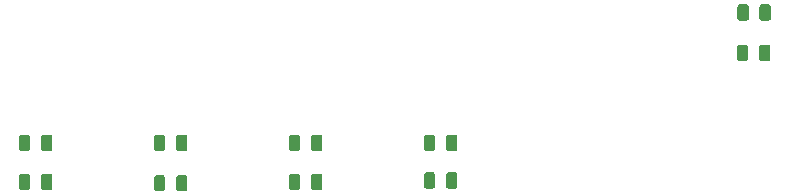
<source format=gbp>
G04 #@! TF.GenerationSoftware,KiCad,Pcbnew,5.99.0-unknown-43514a1~86~ubuntu18.04.1*
G04 #@! TF.CreationDate,2020-02-15T14:01:28+00:00*
G04 #@! TF.ProjectId,UI,55492e6b-6963-4616-945f-706362585858,rev?*
G04 #@! TF.SameCoordinates,Original*
G04 #@! TF.FileFunction,Paste,Bot*
G04 #@! TF.FilePolarity,Positive*
%FSLAX46Y46*%
G04 Gerber Fmt 4.6, Leading zero omitted, Abs format (unit mm)*
G04 Created by KiCad (PCBNEW 5.99.0-unknown-43514a1~86~ubuntu18.04.1) date 2020-02-15 14:01:28*
%MOMM*%
%LPD*%
G01*
G04 APERTURE LIST*
G04 APERTURE END LIST*
G36*
X153069529Y-99518554D02*
G01*
X153148607Y-99571393D01*
X153201446Y-99650471D01*
X153220000Y-99743750D01*
X153220000Y-100656250D01*
X153201446Y-100749529D01*
X153148607Y-100828607D01*
X153069529Y-100881446D01*
X152976250Y-100900000D01*
X152488750Y-100900000D01*
X152395471Y-100881446D01*
X152316393Y-100828607D01*
X152263554Y-100749529D01*
X152245000Y-100656250D01*
X152245000Y-99743750D01*
X152263554Y-99650471D01*
X152316393Y-99571393D01*
X152395471Y-99518554D01*
X152488750Y-99500000D01*
X152976250Y-99500000D01*
X153069529Y-99518554D01*
G37*
G36*
X154944529Y-99518554D02*
G01*
X155023607Y-99571393D01*
X155076446Y-99650471D01*
X155095000Y-99743750D01*
X155095000Y-100656250D01*
X155076446Y-100749529D01*
X155023607Y-100828607D01*
X154944529Y-100881446D01*
X154851250Y-100900000D01*
X154363750Y-100900000D01*
X154270471Y-100881446D01*
X154191393Y-100828607D01*
X154138554Y-100749529D01*
X154120000Y-100656250D01*
X154120000Y-99743750D01*
X154138554Y-99650471D01*
X154191393Y-99571393D01*
X154270471Y-99518554D01*
X154363750Y-99500000D01*
X154851250Y-99500000D01*
X154944529Y-99518554D01*
G37*
G36*
X141639529Y-99645554D02*
G01*
X141718607Y-99698393D01*
X141771446Y-99777471D01*
X141790000Y-99870750D01*
X141790000Y-100783250D01*
X141771446Y-100876529D01*
X141718607Y-100955607D01*
X141639529Y-101008446D01*
X141546250Y-101027000D01*
X141058750Y-101027000D01*
X140965471Y-101008446D01*
X140886393Y-100955607D01*
X140833554Y-100876529D01*
X140815000Y-100783250D01*
X140815000Y-99870750D01*
X140833554Y-99777471D01*
X140886393Y-99698393D01*
X140965471Y-99645554D01*
X141058750Y-99627000D01*
X141546250Y-99627000D01*
X141639529Y-99645554D01*
G37*
G36*
X143514529Y-99645554D02*
G01*
X143593607Y-99698393D01*
X143646446Y-99777471D01*
X143665000Y-99870750D01*
X143665000Y-100783250D01*
X143646446Y-100876529D01*
X143593607Y-100955607D01*
X143514529Y-101008446D01*
X143421250Y-101027000D01*
X142933750Y-101027000D01*
X142840471Y-101008446D01*
X142761393Y-100955607D01*
X142708554Y-100876529D01*
X142690000Y-100783250D01*
X142690000Y-99870750D01*
X142708554Y-99777471D01*
X142761393Y-99698393D01*
X142840471Y-99645554D01*
X142933750Y-99627000D01*
X143421250Y-99627000D01*
X143514529Y-99645554D01*
G37*
G36*
X130209529Y-99743554D02*
G01*
X130288607Y-99796393D01*
X130341446Y-99875471D01*
X130360000Y-99968750D01*
X130360000Y-100881250D01*
X130341446Y-100974529D01*
X130288607Y-101053607D01*
X130209529Y-101106446D01*
X130116250Y-101125000D01*
X129628750Y-101125000D01*
X129535471Y-101106446D01*
X129456393Y-101053607D01*
X129403554Y-100974529D01*
X129385000Y-100881250D01*
X129385000Y-99968750D01*
X129403554Y-99875471D01*
X129456393Y-99796393D01*
X129535471Y-99743554D01*
X129628750Y-99725000D01*
X130116250Y-99725000D01*
X130209529Y-99743554D01*
G37*
G36*
X132084529Y-99743554D02*
G01*
X132163607Y-99796393D01*
X132216446Y-99875471D01*
X132235000Y-99968750D01*
X132235000Y-100881250D01*
X132216446Y-100974529D01*
X132163607Y-101053607D01*
X132084529Y-101106446D01*
X131991250Y-101125000D01*
X131503750Y-101125000D01*
X131410471Y-101106446D01*
X131331393Y-101053607D01*
X131278554Y-100974529D01*
X131260000Y-100881250D01*
X131260000Y-99968750D01*
X131278554Y-99875471D01*
X131331393Y-99796393D01*
X131410471Y-99743554D01*
X131503750Y-99725000D01*
X131991250Y-99725000D01*
X132084529Y-99743554D01*
G37*
G36*
X118779529Y-99645554D02*
G01*
X118858607Y-99698393D01*
X118911446Y-99777471D01*
X118930000Y-99870750D01*
X118930000Y-100783250D01*
X118911446Y-100876529D01*
X118858607Y-100955607D01*
X118779529Y-101008446D01*
X118686250Y-101027000D01*
X118198750Y-101027000D01*
X118105471Y-101008446D01*
X118026393Y-100955607D01*
X117973554Y-100876529D01*
X117955000Y-100783250D01*
X117955000Y-99870750D01*
X117973554Y-99777471D01*
X118026393Y-99698393D01*
X118105471Y-99645554D01*
X118198750Y-99627000D01*
X118686250Y-99627000D01*
X118779529Y-99645554D01*
G37*
G36*
X120654529Y-99645554D02*
G01*
X120733607Y-99698393D01*
X120786446Y-99777471D01*
X120805000Y-99870750D01*
X120805000Y-100783250D01*
X120786446Y-100876529D01*
X120733607Y-100955607D01*
X120654529Y-101008446D01*
X120561250Y-101027000D01*
X120073750Y-101027000D01*
X119980471Y-101008446D01*
X119901393Y-100955607D01*
X119848554Y-100876529D01*
X119830000Y-100783250D01*
X119830000Y-99870750D01*
X119848554Y-99777471D01*
X119901393Y-99698393D01*
X119980471Y-99645554D01*
X120073750Y-99627000D01*
X120561250Y-99627000D01*
X120654529Y-99645554D01*
G37*
G36*
X179563529Y-88726554D02*
G01*
X179642607Y-88779393D01*
X179695446Y-88858471D01*
X179714000Y-88951750D01*
X179714000Y-89864250D01*
X179695446Y-89957529D01*
X179642607Y-90036607D01*
X179563529Y-90089446D01*
X179470250Y-90108000D01*
X178982750Y-90108000D01*
X178889471Y-90089446D01*
X178810393Y-90036607D01*
X178757554Y-89957529D01*
X178739000Y-89864250D01*
X178739000Y-88951750D01*
X178757554Y-88858471D01*
X178810393Y-88779393D01*
X178889471Y-88726554D01*
X178982750Y-88708000D01*
X179470250Y-88708000D01*
X179563529Y-88726554D01*
G37*
G36*
X181438529Y-88726554D02*
G01*
X181517607Y-88779393D01*
X181570446Y-88858471D01*
X181589000Y-88951750D01*
X181589000Y-89864250D01*
X181570446Y-89957529D01*
X181517607Y-90036607D01*
X181438529Y-90089446D01*
X181345250Y-90108000D01*
X180857750Y-90108000D01*
X180764471Y-90089446D01*
X180685393Y-90036607D01*
X180632554Y-89957529D01*
X180614000Y-89864250D01*
X180614000Y-88951750D01*
X180632554Y-88858471D01*
X180685393Y-88779393D01*
X180764471Y-88726554D01*
X180857750Y-88708000D01*
X181345250Y-88708000D01*
X181438529Y-88726554D01*
G37*
G36*
X179612529Y-85297554D02*
G01*
X179691607Y-85350393D01*
X179744446Y-85429471D01*
X179763000Y-85522750D01*
X179763000Y-86435250D01*
X179744446Y-86528529D01*
X179691607Y-86607607D01*
X179612529Y-86660446D01*
X179519250Y-86679000D01*
X179031750Y-86679000D01*
X178938471Y-86660446D01*
X178859393Y-86607607D01*
X178806554Y-86528529D01*
X178788000Y-86435250D01*
X178788000Y-85522750D01*
X178806554Y-85429471D01*
X178859393Y-85350393D01*
X178938471Y-85297554D01*
X179031750Y-85279000D01*
X179519250Y-85279000D01*
X179612529Y-85297554D01*
G37*
G36*
X181487529Y-85297554D02*
G01*
X181566607Y-85350393D01*
X181619446Y-85429471D01*
X181638000Y-85522750D01*
X181638000Y-86435250D01*
X181619446Y-86528529D01*
X181566607Y-86607607D01*
X181487529Y-86660446D01*
X181394250Y-86679000D01*
X180906750Y-86679000D01*
X180813471Y-86660446D01*
X180734393Y-86607607D01*
X180681554Y-86528529D01*
X180663000Y-86435250D01*
X180663000Y-85522750D01*
X180681554Y-85429471D01*
X180734393Y-85350393D01*
X180813471Y-85297554D01*
X180906750Y-85279000D01*
X181394250Y-85279000D01*
X181487529Y-85297554D01*
G37*
G36*
X154944529Y-96343554D02*
G01*
X155023607Y-96396393D01*
X155076446Y-96475471D01*
X155095000Y-96568750D01*
X155095000Y-97481250D01*
X155076446Y-97574529D01*
X155023607Y-97653607D01*
X154944529Y-97706446D01*
X154851250Y-97725000D01*
X154363750Y-97725000D01*
X154270471Y-97706446D01*
X154191393Y-97653607D01*
X154138554Y-97574529D01*
X154120000Y-97481250D01*
X154120000Y-96568750D01*
X154138554Y-96475471D01*
X154191393Y-96396393D01*
X154270471Y-96343554D01*
X154363750Y-96325000D01*
X154851250Y-96325000D01*
X154944529Y-96343554D01*
G37*
G36*
X153069529Y-96343554D02*
G01*
X153148607Y-96396393D01*
X153201446Y-96475471D01*
X153220000Y-96568750D01*
X153220000Y-97481250D01*
X153201446Y-97574529D01*
X153148607Y-97653607D01*
X153069529Y-97706446D01*
X152976250Y-97725000D01*
X152488750Y-97725000D01*
X152395471Y-97706446D01*
X152316393Y-97653607D01*
X152263554Y-97574529D01*
X152245000Y-97481250D01*
X152245000Y-96568750D01*
X152263554Y-96475471D01*
X152316393Y-96396393D01*
X152395471Y-96343554D01*
X152488750Y-96325000D01*
X152976250Y-96325000D01*
X153069529Y-96343554D01*
G37*
G36*
X143514529Y-96343554D02*
G01*
X143593607Y-96396393D01*
X143646446Y-96475471D01*
X143665000Y-96568750D01*
X143665000Y-97481250D01*
X143646446Y-97574529D01*
X143593607Y-97653607D01*
X143514529Y-97706446D01*
X143421250Y-97725000D01*
X142933750Y-97725000D01*
X142840471Y-97706446D01*
X142761393Y-97653607D01*
X142708554Y-97574529D01*
X142690000Y-97481250D01*
X142690000Y-96568750D01*
X142708554Y-96475471D01*
X142761393Y-96396393D01*
X142840471Y-96343554D01*
X142933750Y-96325000D01*
X143421250Y-96325000D01*
X143514529Y-96343554D01*
G37*
G36*
X141639529Y-96343554D02*
G01*
X141718607Y-96396393D01*
X141771446Y-96475471D01*
X141790000Y-96568750D01*
X141790000Y-97481250D01*
X141771446Y-97574529D01*
X141718607Y-97653607D01*
X141639529Y-97706446D01*
X141546250Y-97725000D01*
X141058750Y-97725000D01*
X140965471Y-97706446D01*
X140886393Y-97653607D01*
X140833554Y-97574529D01*
X140815000Y-97481250D01*
X140815000Y-96568750D01*
X140833554Y-96475471D01*
X140886393Y-96396393D01*
X140965471Y-96343554D01*
X141058750Y-96325000D01*
X141546250Y-96325000D01*
X141639529Y-96343554D01*
G37*
G36*
X132084529Y-96343554D02*
G01*
X132163607Y-96396393D01*
X132216446Y-96475471D01*
X132235000Y-96568750D01*
X132235000Y-97481250D01*
X132216446Y-97574529D01*
X132163607Y-97653607D01*
X132084529Y-97706446D01*
X131991250Y-97725000D01*
X131503750Y-97725000D01*
X131410471Y-97706446D01*
X131331393Y-97653607D01*
X131278554Y-97574529D01*
X131260000Y-97481250D01*
X131260000Y-96568750D01*
X131278554Y-96475471D01*
X131331393Y-96396393D01*
X131410471Y-96343554D01*
X131503750Y-96325000D01*
X131991250Y-96325000D01*
X132084529Y-96343554D01*
G37*
G36*
X130209529Y-96343554D02*
G01*
X130288607Y-96396393D01*
X130341446Y-96475471D01*
X130360000Y-96568750D01*
X130360000Y-97481250D01*
X130341446Y-97574529D01*
X130288607Y-97653607D01*
X130209529Y-97706446D01*
X130116250Y-97725000D01*
X129628750Y-97725000D01*
X129535471Y-97706446D01*
X129456393Y-97653607D01*
X129403554Y-97574529D01*
X129385000Y-97481250D01*
X129385000Y-96568750D01*
X129403554Y-96475471D01*
X129456393Y-96396393D01*
X129535471Y-96343554D01*
X129628750Y-96325000D01*
X130116250Y-96325000D01*
X130209529Y-96343554D01*
G37*
G36*
X120654529Y-96343554D02*
G01*
X120733607Y-96396393D01*
X120786446Y-96475471D01*
X120805000Y-96568750D01*
X120805000Y-97481250D01*
X120786446Y-97574529D01*
X120733607Y-97653607D01*
X120654529Y-97706446D01*
X120561250Y-97725000D01*
X120073750Y-97725000D01*
X119980471Y-97706446D01*
X119901393Y-97653607D01*
X119848554Y-97574529D01*
X119830000Y-97481250D01*
X119830000Y-96568750D01*
X119848554Y-96475471D01*
X119901393Y-96396393D01*
X119980471Y-96343554D01*
X120073750Y-96325000D01*
X120561250Y-96325000D01*
X120654529Y-96343554D01*
G37*
G36*
X118779529Y-96343554D02*
G01*
X118858607Y-96396393D01*
X118911446Y-96475471D01*
X118930000Y-96568750D01*
X118930000Y-97481250D01*
X118911446Y-97574529D01*
X118858607Y-97653607D01*
X118779529Y-97706446D01*
X118686250Y-97725000D01*
X118198750Y-97725000D01*
X118105471Y-97706446D01*
X118026393Y-97653607D01*
X117973554Y-97574529D01*
X117955000Y-97481250D01*
X117955000Y-96568750D01*
X117973554Y-96475471D01*
X118026393Y-96396393D01*
X118105471Y-96343554D01*
X118198750Y-96325000D01*
X118686250Y-96325000D01*
X118779529Y-96343554D01*
G37*
M02*

</source>
